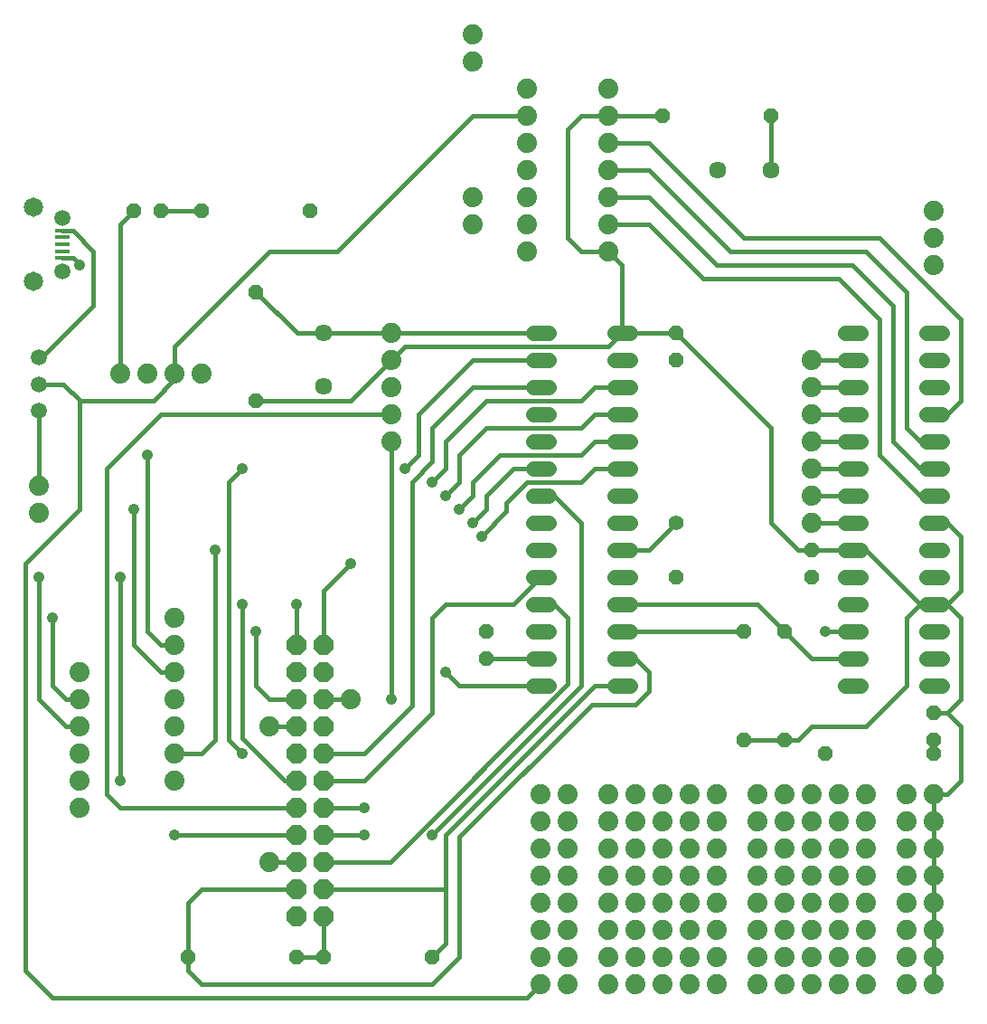
<source format=gbr>
G04 EAGLE Gerber RS-274X export*
G75*
%MOMM*%
%FSLAX34Y34*%
%LPD*%
%INTop Copper*%
%IPPOS*%
%AMOC8*
5,1,8,0,0,1.08239X$1,22.5*%
G01*
%ADD10C,1.422400*%
%ADD11C,1.879600*%
%ADD12C,1.509600*%
%ADD13P,1.539592X8X202.500000*%
%ADD14P,1.539592X8X22.500000*%
%ADD15C,1.609600*%
%ADD16P,1.539592X8X292.500000*%
%ADD17P,1.539592X8X112.500000*%
%ADD18C,1.422400*%
%ADD19P,2.034460X8X112.500000*%
%ADD20R,1.350000X0.400000*%
%ADD21C,1.809600*%
%ADD22C,0.406400*%
%ADD23C,1.058000*%


D10*
X488188Y635000D02*
X502412Y635000D01*
X502412Y609600D02*
X488188Y609600D01*
X488188Y584200D02*
X502412Y584200D01*
X502412Y558800D02*
X488188Y558800D01*
X488188Y533400D02*
X502412Y533400D01*
X502412Y508000D02*
X488188Y508000D01*
X488188Y482600D02*
X502412Y482600D01*
X502412Y457200D02*
X488188Y457200D01*
X488188Y431800D02*
X502412Y431800D01*
X502412Y406400D02*
X488188Y406400D01*
X488188Y381000D02*
X502412Y381000D01*
X502412Y355600D02*
X488188Y355600D01*
X488188Y330200D02*
X502412Y330200D01*
X502412Y304800D02*
X488188Y304800D01*
X564388Y304800D02*
X578612Y304800D01*
X578612Y330200D02*
X564388Y330200D01*
X564388Y355600D02*
X578612Y355600D01*
X578612Y381000D02*
X564388Y381000D01*
X564388Y406400D02*
X578612Y406400D01*
X578612Y431800D02*
X564388Y431800D01*
X564388Y457200D02*
X578612Y457200D01*
X578612Y482600D02*
X564388Y482600D01*
X564388Y508000D02*
X578612Y508000D01*
X578612Y533400D02*
X564388Y533400D01*
X564388Y558800D02*
X578612Y558800D01*
X578612Y584200D02*
X564388Y584200D01*
X564388Y609600D02*
X578612Y609600D01*
X578612Y635000D02*
X564388Y635000D01*
D11*
X25400Y466090D03*
X25400Y491490D03*
X101600Y596900D03*
X127000Y596900D03*
X152400Y596900D03*
X177800Y596900D03*
D12*
X25400Y611740D03*
X25400Y586740D03*
X25400Y561740D03*
D13*
X279400Y749300D03*
X177800Y749300D03*
D14*
X114300Y749300D03*
X139700Y749300D03*
D11*
X355600Y635000D03*
X355600Y609600D03*
X355600Y584200D03*
X355600Y558800D03*
X355600Y533400D03*
D15*
X292100Y584600D03*
X292100Y634600D03*
D16*
X228600Y673100D03*
X228600Y571500D03*
D17*
X444500Y330200D03*
X444500Y355600D03*
D16*
X622300Y635000D03*
X622300Y609600D03*
D18*
X622300Y457200D03*
D16*
X622300Y406400D03*
D11*
X63500Y190500D03*
X63500Y215900D03*
X63500Y241300D03*
X63500Y266700D03*
X63500Y292100D03*
X63500Y317500D03*
X152400Y368300D03*
X152400Y342900D03*
X152400Y317500D03*
X152400Y292100D03*
X152400Y266700D03*
X152400Y241300D03*
X152400Y215900D03*
D10*
X780288Y635000D02*
X794512Y635000D01*
X794512Y609600D02*
X780288Y609600D01*
X780288Y584200D02*
X794512Y584200D01*
X794512Y558800D02*
X780288Y558800D01*
X780288Y533400D02*
X794512Y533400D01*
X794512Y508000D02*
X780288Y508000D01*
X780288Y482600D02*
X794512Y482600D01*
X794512Y457200D02*
X780288Y457200D01*
X780288Y431800D02*
X794512Y431800D01*
X794512Y406400D02*
X780288Y406400D01*
X780288Y381000D02*
X794512Y381000D01*
X794512Y355600D02*
X780288Y355600D01*
X780288Y330200D02*
X794512Y330200D01*
X794512Y304800D02*
X780288Y304800D01*
X856488Y304800D02*
X870712Y304800D01*
X870712Y330200D02*
X856488Y330200D01*
X856488Y355600D02*
X870712Y355600D01*
X870712Y381000D02*
X856488Y381000D01*
X856488Y406400D02*
X870712Y406400D01*
X870712Y431800D02*
X856488Y431800D01*
X856488Y457200D02*
X870712Y457200D01*
X870712Y482600D02*
X856488Y482600D01*
X856488Y508000D02*
X870712Y508000D01*
X870712Y533400D02*
X856488Y533400D01*
X856488Y558800D02*
X870712Y558800D01*
X870712Y584200D02*
X856488Y584200D01*
X856488Y609600D02*
X870712Y609600D01*
X870712Y635000D02*
X856488Y635000D01*
D16*
X749300Y431800D03*
X749300Y406400D03*
X685800Y355600D03*
X685800Y254000D03*
X723900Y355600D03*
X723900Y254000D03*
D14*
X762000Y241300D03*
X863600Y241300D03*
D16*
X863600Y279400D03*
X863600Y254000D03*
D15*
X660800Y787400D03*
X710800Y787400D03*
D13*
X711200Y838200D03*
X609600Y838200D03*
D11*
X482600Y863600D03*
X482600Y838200D03*
X482600Y812800D03*
X482600Y787400D03*
X482600Y762000D03*
X482600Y736600D03*
X482600Y711200D03*
X558800Y863600D03*
X558800Y838200D03*
X558800Y812800D03*
X558800Y787400D03*
X558800Y762000D03*
X558800Y736600D03*
X558800Y711200D03*
X431800Y889000D03*
X431800Y914400D03*
X431800Y736600D03*
X431800Y762000D03*
D19*
X292100Y88900D03*
X266700Y88900D03*
X292100Y114300D03*
X266700Y114300D03*
X292100Y139700D03*
X266700Y139700D03*
X292100Y165100D03*
X266700Y165100D03*
X292100Y190500D03*
X266700Y190500D03*
X292100Y215900D03*
X266700Y215900D03*
X292100Y241300D03*
X266700Y241300D03*
X292100Y266700D03*
X266700Y266700D03*
X292100Y292100D03*
X266700Y292100D03*
X292100Y317500D03*
X266700Y317500D03*
X292100Y342900D03*
X266700Y342900D03*
D14*
X165100Y50800D03*
X266700Y50800D03*
D13*
X393700Y50800D03*
X292100Y50800D03*
D11*
X241300Y139700D03*
X241300Y266700D03*
X317500Y292100D03*
X749300Y609600D03*
X749300Y584200D03*
X749300Y558800D03*
X749300Y533400D03*
X749300Y508000D03*
X749300Y482600D03*
X749300Y457200D03*
X863600Y698500D03*
X863600Y723900D03*
X863600Y749300D03*
X660400Y25400D03*
X660400Y50800D03*
X660400Y76200D03*
X660400Y101600D03*
X660400Y127000D03*
X660400Y152400D03*
X660400Y177800D03*
X660400Y203200D03*
X558800Y25400D03*
X558800Y50800D03*
X558800Y76200D03*
X558800Y101600D03*
X558800Y127000D03*
X558800Y152400D03*
X558800Y177800D03*
X558800Y203200D03*
X584200Y25400D03*
X584200Y50800D03*
X584200Y76200D03*
X584200Y101600D03*
X584200Y127000D03*
X584200Y152400D03*
X584200Y177800D03*
X584200Y203200D03*
X609600Y25400D03*
X609600Y50800D03*
X609600Y76200D03*
X609600Y101600D03*
X609600Y127000D03*
X609600Y152400D03*
X609600Y177800D03*
X609600Y203200D03*
X635000Y25400D03*
X635000Y50800D03*
X635000Y76200D03*
X635000Y101600D03*
X635000Y127000D03*
X635000Y152400D03*
X635000Y177800D03*
X635000Y203200D03*
X698500Y25400D03*
X698500Y50800D03*
X698500Y76200D03*
X698500Y101600D03*
X698500Y127000D03*
X698500Y152400D03*
X698500Y177800D03*
X698500Y203200D03*
X723900Y25400D03*
X723900Y50800D03*
X723900Y76200D03*
X723900Y101600D03*
X723900Y127000D03*
X723900Y152400D03*
X723900Y177800D03*
X723900Y203200D03*
X749300Y25400D03*
X749300Y50800D03*
X749300Y76200D03*
X749300Y101600D03*
X749300Y127000D03*
X749300Y152400D03*
X749300Y177800D03*
X749300Y203200D03*
X774700Y25400D03*
X774700Y50800D03*
X774700Y76200D03*
X774700Y101600D03*
X774700Y127000D03*
X774700Y152400D03*
X774700Y177800D03*
X774700Y203200D03*
X800100Y25400D03*
X800100Y50800D03*
X800100Y76200D03*
X800100Y101600D03*
X800100Y127000D03*
X800100Y152400D03*
X800100Y177800D03*
X800100Y203200D03*
X863600Y25400D03*
X863600Y50800D03*
X863600Y76200D03*
X863600Y101600D03*
X863600Y127000D03*
X863600Y152400D03*
X863600Y177800D03*
X863600Y203200D03*
X520700Y25400D03*
X520700Y50800D03*
X520700Y76200D03*
X520700Y101600D03*
X520700Y127000D03*
X520700Y152400D03*
X520700Y177800D03*
X520700Y203200D03*
X838200Y25400D03*
X838200Y50800D03*
X838200Y76200D03*
X838200Y101600D03*
X838200Y127000D03*
X838200Y152400D03*
X838200Y177800D03*
X838200Y203200D03*
X495300Y25400D03*
X495300Y50800D03*
X495300Y76200D03*
X495300Y101600D03*
X495300Y127000D03*
X495300Y152400D03*
X495300Y177800D03*
X495300Y203200D03*
D20*
X47320Y730550D03*
X47320Y724050D03*
X47320Y717550D03*
X47320Y711050D03*
X47320Y704550D03*
D12*
X47320Y742550D03*
X47320Y692550D03*
D21*
X20320Y752550D03*
X20320Y682550D03*
D22*
X47320Y704550D02*
X57450Y704550D01*
X63500Y698500D01*
D23*
X63500Y698500D03*
D22*
X56850Y730550D02*
X47320Y730550D01*
X56850Y730550D02*
X76200Y711200D01*
X76200Y660400D01*
X27540Y611740D01*
X25400Y611740D01*
X25400Y561740D02*
X25400Y491490D01*
X152400Y591280D02*
X152400Y596900D01*
X152400Y591280D02*
X132366Y571246D01*
X152400Y596900D02*
X152400Y622300D01*
X241300Y711200D02*
X304800Y711200D01*
X431800Y838200D01*
X482600Y838200D01*
X241300Y711200D02*
X152400Y622300D01*
X12700Y419100D02*
X12700Y38100D01*
X38100Y12700D01*
X482600Y12700D01*
X495300Y25400D01*
X132366Y571246D02*
X63754Y571246D01*
X48260Y586740D01*
X25400Y586740D01*
X63500Y570992D02*
X63754Y571246D01*
X63500Y570992D02*
X63500Y469900D01*
X12700Y419100D01*
X101600Y596900D02*
X101600Y736600D01*
X114300Y749300D01*
X317500Y571500D02*
X355600Y609600D01*
X317500Y571500D02*
X228600Y571500D01*
X355600Y609600D02*
X368300Y622300D01*
X558800Y622300D02*
X571500Y635000D01*
X558800Y622300D02*
X368300Y622300D01*
X571500Y635000D02*
X571500Y698500D01*
X558800Y711200D01*
X571500Y635000D02*
X622300Y635000D01*
X558800Y838200D02*
X533400Y838200D01*
X520700Y825500D01*
X520700Y723900D01*
X533400Y711200D01*
X558800Y711200D01*
X558800Y838200D02*
X609600Y838200D01*
X622300Y635000D02*
X711200Y546100D01*
X711200Y457200D02*
X736600Y431800D01*
X749300Y431800D01*
X711200Y457200D02*
X711200Y546100D01*
X749300Y431800D02*
X787400Y431800D01*
X723900Y254000D02*
X685800Y254000D01*
X863600Y177800D02*
X863600Y152400D01*
X863600Y177800D02*
X863600Y203200D01*
X863600Y152400D02*
X863600Y127000D01*
X863600Y101600D01*
X863600Y76200D01*
X863600Y50800D01*
X863600Y25400D01*
X736600Y254000D02*
X749300Y266700D01*
X736600Y254000D02*
X723900Y254000D01*
X749300Y266700D02*
X800100Y266700D01*
X838200Y304800D01*
X495300Y330200D02*
X444500Y330200D01*
X292100Y50800D02*
X266700Y50800D01*
X292100Y50800D02*
X292100Y88900D01*
X850900Y381000D02*
X863600Y381000D01*
X850900Y381000D02*
X838200Y368300D01*
X838200Y304800D01*
X152400Y342900D02*
X139700Y342900D01*
X127000Y355600D01*
X127000Y520700D01*
D23*
X127000Y520700D03*
D22*
X863600Y203200D02*
X876300Y203200D01*
X889000Y215900D01*
X889000Y266700D01*
X876300Y279400D01*
X863600Y279400D01*
X876300Y279400D02*
X889000Y292100D01*
X889000Y368300D01*
X876300Y381000D01*
X863600Y381000D01*
X863600Y457200D02*
X876300Y457200D01*
X889000Y444500D01*
X889000Y393700D01*
X876300Y381000D01*
X800100Y431800D02*
X787400Y431800D01*
X800100Y431800D02*
X850900Y381000D01*
X177800Y749300D02*
X139700Y749300D01*
X355600Y635000D02*
X495300Y635000D01*
X292500Y635000D02*
X292100Y634600D01*
X292500Y635000D02*
X355600Y635000D01*
X292100Y634600D02*
X267100Y634600D01*
X228600Y673100D01*
X546100Y533400D02*
X571500Y533400D01*
X546100Y533400D02*
X533400Y520700D01*
X457200Y520700D01*
X431800Y495300D01*
X431800Y482600D02*
X419100Y469900D01*
X431800Y482600D02*
X431800Y495300D01*
X63500Y292100D02*
X50800Y292100D01*
X38100Y304800D01*
X38100Y368300D01*
D23*
X419100Y469900D03*
X38100Y368300D03*
D22*
X546100Y584200D02*
X571500Y584200D01*
X546100Y584200D02*
X533400Y571500D01*
X444500Y571500D01*
X406400Y533400D01*
X406400Y508000D01*
X393700Y495300D01*
X63500Y266700D02*
X50800Y266700D01*
X25400Y292100D01*
X25400Y406400D01*
D23*
X393700Y495300D03*
X25400Y406400D03*
D22*
X546100Y558800D02*
X571500Y558800D01*
X546100Y558800D02*
X533400Y546100D01*
X444500Y546100D01*
X419100Y520700D01*
X419100Y495300D01*
X406400Y482600D01*
X152400Y317500D02*
X139700Y317500D01*
X114300Y342900D01*
D23*
X406400Y482600D03*
D22*
X114300Y469900D02*
X114300Y342900D01*
D23*
X114300Y469900D03*
D22*
X152400Y241300D02*
X177800Y241300D01*
X190500Y254000D01*
X546100Y508000D02*
X571500Y508000D01*
X546100Y508000D02*
X533400Y495300D01*
X482600Y495300D01*
X462788Y475488D01*
X462788Y467585D01*
X439703Y444500D01*
D23*
X439703Y444500D03*
X190500Y431800D03*
D22*
X190500Y254000D01*
X762000Y355600D02*
X787400Y355600D01*
D23*
X762000Y355600D03*
D22*
X685800Y355600D02*
X571500Y355600D01*
X749300Y330200D02*
X787400Y330200D01*
X749300Y330200D02*
X723900Y355600D01*
X698500Y381000D01*
X571500Y381000D01*
X596900Y431800D02*
X622300Y457200D01*
X596900Y431800D02*
X571500Y431800D01*
X863600Y254000D02*
X863600Y241300D01*
X711200Y787800D02*
X711200Y838200D01*
X711200Y787800D02*
X710800Y787400D01*
X863600Y558800D02*
X876300Y558800D01*
X889000Y571500D01*
X889000Y647700D01*
X812800Y723900D01*
X685800Y723900D01*
X596900Y812800D02*
X558800Y812800D01*
X596900Y812800D02*
X685800Y723900D01*
X850900Y533400D02*
X863600Y533400D01*
X850900Y533400D02*
X838200Y546100D01*
X838200Y673100D01*
X800100Y711200D01*
X673100Y711200D01*
X596900Y787400D02*
X558800Y787400D01*
X596900Y787400D02*
X673100Y711200D01*
X787400Y698500D02*
X825500Y660400D01*
X787400Y698500D02*
X660400Y698500D01*
X850900Y508000D02*
X863600Y508000D01*
X850900Y508000D02*
X825500Y533400D01*
X825500Y660400D01*
X596900Y762000D02*
X558800Y762000D01*
X596900Y762000D02*
X660400Y698500D01*
X596900Y736600D02*
X558800Y736600D01*
X850900Y482600D02*
X863600Y482600D01*
X850900Y482600D02*
X812800Y520700D01*
X812800Y647700D01*
X774700Y685800D01*
X647700Y685800D01*
X596900Y736600D01*
X165100Y101600D02*
X165100Y50800D01*
X165100Y101600D02*
X177800Y114300D01*
X266700Y114300D01*
X543061Y286738D02*
X584200Y286738D01*
X419100Y50800D02*
X393700Y25400D01*
X419100Y50800D02*
X419100Y162778D01*
X543061Y286738D01*
X393700Y25400D02*
X177800Y25400D01*
X571500Y330200D02*
X584200Y330200D01*
X596900Y317500D01*
X596900Y299438D02*
X584200Y286738D01*
X596900Y299438D02*
X596900Y317500D01*
X165100Y50800D02*
X165100Y38100D01*
X177800Y25400D01*
X292100Y114300D02*
X406400Y114300D01*
X546100Y304800D02*
X571500Y304800D01*
X546100Y304800D02*
X406400Y165100D01*
X406400Y63500D02*
X393700Y50800D01*
X406400Y63500D02*
X406400Y114300D01*
X406400Y165100D01*
X431800Y609600D02*
X495300Y609600D01*
X431800Y609600D02*
X381000Y558800D01*
X381000Y520700D01*
X215900Y508000D02*
X203200Y495300D01*
X368300Y508000D02*
X381000Y520700D01*
X203200Y495300D02*
X203200Y254000D01*
D23*
X368300Y508000D03*
X215900Y508000D03*
D22*
X203200Y254000D02*
X215900Y241300D01*
D23*
X215900Y241300D03*
D22*
X215900Y255270D02*
X255270Y215900D01*
X266700Y215900D01*
D23*
X215900Y381000D03*
D22*
X215900Y255270D01*
X469900Y508000D02*
X495300Y508000D01*
X469900Y508000D02*
X444500Y482600D01*
X444500Y469900D02*
X431800Y457200D01*
X444500Y469900D02*
X444500Y482600D01*
D23*
X431800Y457200D03*
D22*
X266700Y165100D02*
X152400Y165100D01*
X101600Y215900D02*
X101600Y406400D01*
D23*
X101600Y406400D03*
X152400Y165100D03*
X101600Y215900D03*
D22*
X469900Y381000D02*
X495300Y406400D01*
X330200Y215900D02*
X292100Y215900D01*
X330200Y215900D02*
X393700Y279400D01*
X393700Y368300D01*
X406400Y381000D01*
X469900Y381000D01*
X495300Y584200D02*
X431800Y584200D01*
X393700Y546100D01*
X393700Y514350D01*
X374650Y495300D01*
X330200Y241300D02*
X292100Y241300D01*
X330200Y241300D02*
X374650Y285750D01*
X374650Y495300D01*
X495300Y482600D02*
X508000Y482600D01*
X533400Y457200D01*
X533400Y304800D02*
X393700Y165100D01*
X533400Y304800D02*
X533400Y457200D01*
X330200Y165100D02*
X292100Y165100D01*
D23*
X330200Y165100D03*
X393700Y165100D03*
D22*
X88900Y508000D02*
X139700Y558800D01*
X88900Y508000D02*
X88900Y203200D01*
X101600Y190500D01*
X266700Y190500D01*
X355600Y558800D02*
X139700Y558800D01*
X292100Y190500D02*
X330200Y190500D01*
X355600Y292100D02*
X355600Y533400D01*
D23*
X355600Y292100D03*
X330200Y190500D03*
D22*
X495300Y381000D02*
X508000Y381000D01*
X520700Y368300D01*
X520700Y306070D01*
X354330Y139700D01*
X292100Y139700D01*
X266700Y292100D02*
X241300Y292100D01*
X228600Y304800D01*
D23*
X228600Y355600D03*
D22*
X228600Y304800D01*
X406400Y317500D02*
X419100Y304800D01*
X495300Y304800D01*
D23*
X406400Y317500D03*
D22*
X317500Y419100D02*
X292100Y393700D01*
X292100Y342900D01*
D23*
X317500Y419100D03*
D22*
X266700Y381000D02*
X266700Y342900D01*
D23*
X266700Y381000D03*
D22*
X292100Y292100D02*
X317500Y292100D01*
X266700Y266700D02*
X241300Y266700D01*
X241300Y139700D02*
X266700Y139700D01*
X749300Y584200D02*
X787400Y584200D01*
X787400Y533400D02*
X749300Y533400D01*
X749300Y482600D02*
X787400Y482600D01*
X787400Y457200D02*
X749300Y457200D01*
X749300Y508000D02*
X787400Y508000D01*
X787400Y558800D02*
X749300Y558800D01*
X749300Y609600D02*
X787400Y609600D01*
M02*

</source>
